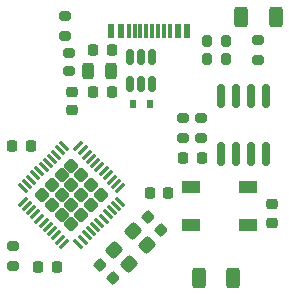
<source format=gbr>
%TF.GenerationSoftware,KiCad,Pcbnew,(5.99.0-11145-g173c9a974c)*%
%TF.CreationDate,2021-06-27T16:32:02+02:00*%
%TF.ProjectId,micro,6d696372-6f2e-46b6-9963-61645f706362,rev1.0*%
%TF.SameCoordinates,Original*%
%TF.FileFunction,Paste,Bot*%
%TF.FilePolarity,Positive*%
%FSLAX46Y46*%
G04 Gerber Fmt 4.6, Leading zero omitted, Abs format (unit mm)*
G04 Created by KiCad (PCBNEW (5.99.0-11145-g173c9a974c)) date 2021-06-27 16:32:02*
%MOMM*%
%LPD*%
G01*
G04 APERTURE LIST*
G04 Aperture macros list*
%AMRoundRect*
0 Rectangle with rounded corners*
0 $1 Rounding radius*
0 $2 $3 $4 $5 $6 $7 $8 $9 X,Y pos of 4 corners*
0 Add a 4 corners polygon primitive as box body*
4,1,4,$2,$3,$4,$5,$6,$7,$8,$9,$2,$3,0*
0 Add four circle primitives for the rounded corners*
1,1,$1+$1,$2,$3*
1,1,$1+$1,$4,$5*
1,1,$1+$1,$6,$7*
1,1,$1+$1,$8,$9*
0 Add four rect primitives between the rounded corners*
20,1,$1+$1,$2,$3,$4,$5,0*
20,1,$1+$1,$4,$5,$6,$7,0*
20,1,$1+$1,$6,$7,$8,$9,0*
20,1,$1+$1,$8,$9,$2,$3,0*%
G04 Aperture macros list end*
%ADD10RoundRect,0.250000X0.312500X0.625000X-0.312500X0.625000X-0.312500X-0.625000X0.312500X-0.625000X0*%
%ADD11R,1.500000X1.000000*%
%ADD12RoundRect,0.200000X-0.275000X0.200000X-0.275000X-0.200000X0.275000X-0.200000X0.275000X0.200000X0*%
%ADD13RoundRect,0.225000X-0.225000X-0.250000X0.225000X-0.250000X0.225000X0.250000X-0.225000X0.250000X0*%
%ADD14RoundRect,0.200000X0.275000X-0.200000X0.275000X0.200000X-0.275000X0.200000X-0.275000X-0.200000X0*%
%ADD15RoundRect,0.225000X0.335876X0.017678X0.017678X0.335876X-0.335876X-0.017678X-0.017678X-0.335876X0*%
%ADD16RoundRect,0.225000X0.225000X0.250000X-0.225000X0.250000X-0.225000X-0.250000X0.225000X-0.250000X0*%
%ADD17RoundRect,0.225000X0.250000X-0.225000X0.250000X0.225000X-0.250000X0.225000X-0.250000X-0.225000X0*%
%ADD18R,0.600000X0.700000*%
%ADD19RoundRect,0.170000X0.330000X-0.255000X0.330000X0.255000X-0.330000X0.255000X-0.330000X-0.255000X0*%
%ADD20RoundRect,0.230000X-0.063640X-0.502046X0.502046X0.063640X0.063640X0.502046X-0.502046X-0.063640X0*%
%ADD21RoundRect,0.200000X0.200000X0.275000X-0.200000X0.275000X-0.200000X-0.275000X0.200000X-0.275000X0*%
%ADD22RoundRect,0.200000X-0.200000X-0.275000X0.200000X-0.275000X0.200000X0.275000X-0.200000X0.275000X0*%
%ADD23RoundRect,0.250000X0.000000X0.358486X-0.358486X0.000000X0.000000X-0.358486X0.358486X0.000000X0*%
%ADD24RoundRect,0.062500X0.291682X0.380070X-0.380070X-0.291682X-0.291682X-0.380070X0.380070X0.291682X0*%
%ADD25RoundRect,0.062500X-0.291682X0.380070X-0.380070X0.291682X0.291682X-0.380070X0.380070X-0.291682X0*%
%ADD26RoundRect,0.243750X0.243750X0.456250X-0.243750X0.456250X-0.243750X-0.456250X0.243750X-0.456250X0*%
%ADD27RoundRect,0.225000X-0.335876X-0.017678X-0.017678X-0.335876X0.335876X0.017678X0.017678X0.335876X0*%
%ADD28RoundRect,0.250000X-0.312500X-0.625000X0.312500X-0.625000X0.312500X0.625000X-0.312500X0.625000X0*%
%ADD29RoundRect,0.150000X-0.150000X0.512500X-0.150000X-0.512500X0.150000X-0.512500X0.150000X0.512500X0*%
%ADD30RoundRect,0.150000X-0.150000X0.825000X-0.150000X-0.825000X0.150000X-0.825000X0.150000X0.825000X0*%
%ADD31RoundRect,0.225000X-0.250000X0.225000X-0.250000X-0.225000X0.250000X-0.225000X0.250000X0.225000X0*%
%ADD32R,0.600000X1.150000*%
%ADD33R,0.300000X1.150000*%
G04 APERTURE END LIST*
D10*
%TO.C,R9*%
X155477500Y-110370000D03*
X158402500Y-110370000D03*
%TD*%
D11*
%TO.C,D2*%
X159686579Y-102709000D03*
X159686579Y-105909000D03*
X154786579Y-105909000D03*
X154786579Y-102709000D03*
%TD*%
D12*
%TO.C,R6*%
X144192579Y-88244000D03*
X144192579Y-89894000D03*
%TD*%
%TO.C,R5*%
X139712579Y-107724000D03*
X139712579Y-109374000D03*
%TD*%
D13*
%TO.C,C4*%
X151365000Y-103220000D03*
X152915000Y-103220000D03*
%TD*%
%TO.C,C9*%
X154175579Y-100245000D03*
X155725579Y-100245000D03*
%TD*%
D14*
%TO.C,R8*%
X160538579Y-91926000D03*
X160538579Y-90276000D03*
%TD*%
D15*
%TO.C,C8*%
X148248008Y-110438008D03*
X147151992Y-109341992D03*
%TD*%
D16*
%TO.C,C1*%
X148105579Y-91101000D03*
X146555579Y-91101000D03*
%TD*%
D17*
%TO.C,C6*%
X144790579Y-96194000D03*
X144790579Y-94644000D03*
%TD*%
D12*
%TO.C,R4*%
X155712579Y-96880000D03*
X155712579Y-98530000D03*
%TD*%
D18*
%TO.C,D1*%
X149932579Y-95673000D03*
X151332579Y-95673000D03*
%TD*%
D19*
%TO.C,FB1*%
X144536579Y-92917000D03*
X144536579Y-91317000D03*
%TD*%
D20*
%TO.C,Y1*%
X148339129Y-108001769D03*
X149894764Y-106446134D03*
X151096845Y-107648215D03*
X149541210Y-109203850D03*
%TD*%
D21*
%TO.C,R1*%
X157807579Y-91863000D03*
X156157579Y-91863000D03*
%TD*%
D13*
%TO.C,C2*%
X139697579Y-99229000D03*
X141247579Y-99229000D03*
%TD*%
D22*
%TO.C,R2*%
X156157579Y-90339000D03*
X157807579Y-90339000D03*
%TD*%
D13*
%TO.C,C5*%
X146555579Y-94657000D03*
X148105579Y-94657000D03*
%TD*%
D23*
%TO.C,U2*%
X143045136Y-104200141D03*
X144706837Y-105861842D03*
X143875987Y-105030992D03*
X145537687Y-101707590D03*
X146368538Y-104200141D03*
X145537687Y-103369291D03*
X144706837Y-104200141D03*
X146368538Y-102538441D03*
X145537687Y-105030992D03*
X143875987Y-101707590D03*
X143045136Y-102538441D03*
X143875987Y-103369291D03*
X147199388Y-103369291D03*
X144706837Y-100876740D03*
X144706837Y-102538441D03*
X142214286Y-103369291D03*
D24*
X145299039Y-99241555D03*
X145652592Y-99595109D03*
X146006146Y-99948662D03*
X146359699Y-100302215D03*
X146713252Y-100655769D03*
X147066806Y-101009322D03*
X147420359Y-101362876D03*
X147773913Y-101716429D03*
X148127466Y-102069982D03*
X148481019Y-102423536D03*
X148834573Y-102777089D03*
D25*
X148834573Y-103961493D03*
X148481019Y-104315046D03*
X148127466Y-104668600D03*
X147773913Y-105022153D03*
X147420359Y-105375706D03*
X147066806Y-105729260D03*
X146713252Y-106082813D03*
X146359699Y-106436367D03*
X146006146Y-106789920D03*
X145652592Y-107143473D03*
X145299039Y-107497027D03*
D24*
X144114635Y-107497027D03*
X143761082Y-107143473D03*
X143407528Y-106789920D03*
X143053975Y-106436367D03*
X142700422Y-106082813D03*
X142346868Y-105729260D03*
X141993315Y-105375706D03*
X141639761Y-105022153D03*
X141286208Y-104668600D03*
X140932655Y-104315046D03*
X140579101Y-103961493D03*
D25*
X140579101Y-102777089D03*
X140932655Y-102423536D03*
X141286208Y-102069982D03*
X141639761Y-101716429D03*
X141993315Y-101362876D03*
X142346868Y-101009322D03*
X142700422Y-100655769D03*
X143053975Y-100302215D03*
X143407528Y-99948662D03*
X143761082Y-99595109D03*
X144114635Y-99241555D03*
%TD*%
D26*
%TO.C,F1*%
X148014079Y-92879000D03*
X146139079Y-92879000D03*
%TD*%
D16*
%TO.C,C3*%
X143447579Y-109499000D03*
X141897579Y-109499000D03*
%TD*%
D12*
%TO.C,R3*%
X154188579Y-96880000D03*
X154188579Y-98530000D03*
%TD*%
D27*
%TO.C,C7*%
X151201979Y-105204976D03*
X152297995Y-106300992D03*
%TD*%
D28*
%TO.C,R7*%
X159076079Y-88307000D03*
X162001079Y-88307000D03*
%TD*%
D29*
%TO.C,U1*%
X149632579Y-91731500D03*
X150582579Y-91731500D03*
X151532579Y-91731500D03*
X151532579Y-94006500D03*
X150582579Y-94006500D03*
X149632579Y-94006500D03*
%TD*%
D30*
%TO.C,Q1*%
X157363579Y-94976000D03*
X158633579Y-94976000D03*
X159903579Y-94976000D03*
X161173579Y-94976000D03*
X161173579Y-99926000D03*
X159903579Y-99926000D03*
X158633579Y-99926000D03*
X157363579Y-99926000D03*
%TD*%
D31*
%TO.C,C10*%
X161652579Y-104154000D03*
X161652579Y-105704000D03*
%TD*%
D32*
%TO.C,J1*%
X148092579Y-89456500D03*
X148892579Y-89456500D03*
D33*
X150042579Y-89456500D03*
X151042579Y-89456500D03*
X151542579Y-89456500D03*
X152542579Y-89456500D03*
D32*
X153692579Y-89456500D03*
X154492579Y-89456500D03*
X154492579Y-89456500D03*
X153692579Y-89456500D03*
D33*
X153042579Y-89456500D03*
X152042579Y-89456500D03*
X150542579Y-89456500D03*
X149542579Y-89456500D03*
D32*
X148892579Y-89456500D03*
X148092579Y-89456500D03*
%TD*%
M02*

</source>
